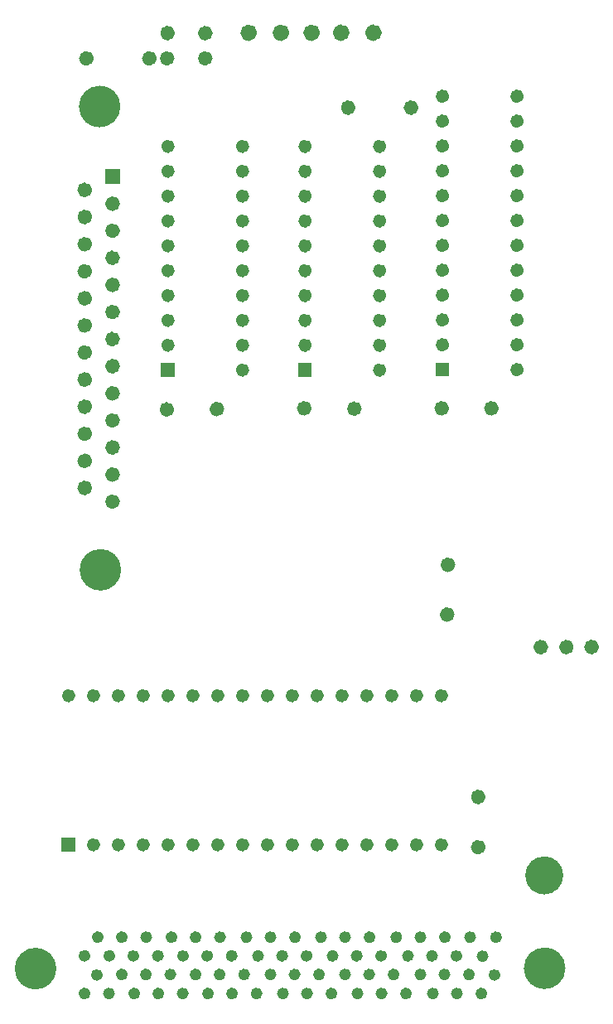
<source format=gbr>
%TF.GenerationSoftware,KiCad,Pcbnew,(6.0.2)*%
%TF.CreationDate,2022-05-06T23:35:53-05:00*%
%TF.ProjectId,PXT6,50585436-2e6b-4696-9361-645f70636258,rev?*%
%TF.SameCoordinates,Original*%
%TF.FileFunction,Soldermask,Bot*%
%TF.FilePolarity,Negative*%
%FSLAX46Y46*%
G04 Gerber Fmt 4.6, Leading zero omitted, Abs format (unit mm)*
G04 Created by KiCad (PCBNEW (6.0.2)) date 2022-05-06 23:35:53*
%MOMM*%
%LPD*%
G01*
G04 APERTURE LIST*
%ADD10C,0.750000*%
%ADD11C,1.945000*%
%ADD12C,2.140000*%
%ADD13C,0.000000*%
%ADD14C,0.700000*%
%ADD15C,0.875000*%
%ADD16C,0.760000*%
%ADD17C,0.625000*%
G04 APERTURE END LIST*
D10*
X117635500Y-46205900D02*
G75*
G03*
X117635500Y-46205900I-375000J0D01*
G01*
D11*
X165024600Y-129708500D02*
G75*
G03*
X165024600Y-129708500I-972500J0D01*
G01*
D12*
X119759300Y-98474400D02*
G75*
G03*
X119759300Y-98474400I-1070000J0D01*
G01*
X113131500Y-139233500D02*
G75*
G03*
X113131500Y-139233500I-1070000J0D01*
G01*
X165161800Y-139193800D02*
G75*
G03*
X165161800Y-139193800I-1070000J0D01*
G01*
X119679900Y-51127200D02*
G75*
G03*
X119679900Y-51127200I-1070000J0D01*
G01*
D10*
X157680200Y-121691600D02*
G75*
G03*
X157680200Y-121691600I-375000J0D01*
G01*
X157680200Y-126811300D02*
G75*
G03*
X157680200Y-126811300I-375000J0D01*
G01*
D13*
G36*
X116134900Y-127273100D02*
G01*
X114734900Y-127273100D01*
X114734900Y-125873100D01*
X116134900Y-125873100D01*
X116134900Y-127273100D01*
G37*
D14*
X118324900Y-126573100D02*
G75*
G03*
X118324900Y-126573100I-350000J0D01*
G01*
X120864900Y-126573100D02*
G75*
G03*
X120864900Y-126573100I-350000J0D01*
G01*
X123404900Y-126573100D02*
G75*
G03*
X123404900Y-126573100I-350000J0D01*
G01*
X125944900Y-126573100D02*
G75*
G03*
X125944900Y-126573100I-350000J0D01*
G01*
X128484900Y-126573100D02*
G75*
G03*
X128484900Y-126573100I-350000J0D01*
G01*
X131024900Y-126573100D02*
G75*
G03*
X131024900Y-126573100I-350000J0D01*
G01*
X133564900Y-126573100D02*
G75*
G03*
X133564900Y-126573100I-350000J0D01*
G01*
X136104900Y-126573100D02*
G75*
G03*
X136104900Y-126573100I-350000J0D01*
G01*
X138644900Y-126573100D02*
G75*
G03*
X138644900Y-126573100I-350000J0D01*
G01*
X141184900Y-126573100D02*
G75*
G03*
X141184900Y-126573100I-350000J0D01*
G01*
X143724900Y-126573100D02*
G75*
G03*
X143724900Y-126573100I-350000J0D01*
G01*
X146264900Y-126573100D02*
G75*
G03*
X146264900Y-126573100I-350000J0D01*
G01*
X148804900Y-126573100D02*
G75*
G03*
X148804900Y-126573100I-350000J0D01*
G01*
X151344900Y-126573100D02*
G75*
G03*
X151344900Y-126573100I-350000J0D01*
G01*
X153884900Y-126573100D02*
G75*
G03*
X153884900Y-126573100I-350000J0D01*
G01*
X153884900Y-111333100D02*
G75*
G03*
X153884900Y-111333100I-350000J0D01*
G01*
X151344900Y-111333100D02*
G75*
G03*
X151344900Y-111333100I-350000J0D01*
G01*
X148804900Y-111333100D02*
G75*
G03*
X148804900Y-111333100I-350000J0D01*
G01*
X146264900Y-111333100D02*
G75*
G03*
X146264900Y-111333100I-350000J0D01*
G01*
X143724900Y-111333100D02*
G75*
G03*
X143724900Y-111333100I-350000J0D01*
G01*
X141184900Y-111333100D02*
G75*
G03*
X141184900Y-111333100I-350000J0D01*
G01*
X138644900Y-111333100D02*
G75*
G03*
X138644900Y-111333100I-350000J0D01*
G01*
X136104900Y-111333100D02*
G75*
G03*
X136104900Y-111333100I-350000J0D01*
G01*
X133564900Y-111333100D02*
G75*
G03*
X133564900Y-111333100I-350000J0D01*
G01*
X131024900Y-111333100D02*
G75*
G03*
X131024900Y-111333100I-350000J0D01*
G01*
X128484900Y-111333100D02*
G75*
G03*
X128484900Y-111333100I-350000J0D01*
G01*
X125944900Y-111333100D02*
G75*
G03*
X125944900Y-111333100I-350000J0D01*
G01*
X123404900Y-111333100D02*
G75*
G03*
X123404900Y-111333100I-350000J0D01*
G01*
X120864900Y-111333100D02*
G75*
G03*
X120864900Y-111333100I-350000J0D01*
G01*
X118324900Y-111333100D02*
G75*
G03*
X118324900Y-111333100I-350000J0D01*
G01*
X115784900Y-111333100D02*
G75*
G03*
X115784900Y-111333100I-350000J0D01*
G01*
D10*
X166689300Y-106372200D02*
G75*
G03*
X166689300Y-106372200I-375000J0D01*
G01*
X164069900Y-106372200D02*
G75*
G03*
X164069900Y-106372200I-375000J0D01*
G01*
X169268900Y-106372200D02*
G75*
G03*
X169268900Y-106372200I-375000J0D01*
G01*
X154505200Y-103038500D02*
G75*
G03*
X154505200Y-103038500I-375000J0D01*
G01*
X154584600Y-97958500D02*
G75*
G03*
X154584600Y-97958500I-375000J0D01*
G01*
X159029600Y-81964400D02*
G75*
G03*
X159029600Y-81964400I-375000J0D01*
G01*
X153949600Y-81964400D02*
G75*
G03*
X153949600Y-81964400I-375000J0D01*
G01*
X145019900Y-82004100D02*
G75*
G03*
X145019900Y-82004100I-375000J0D01*
G01*
X139900200Y-81964400D02*
G75*
G03*
X139900200Y-81964400I-375000J0D01*
G01*
X130970500Y-82043800D02*
G75*
G03*
X130970500Y-82043800I-375000J0D01*
G01*
X125850800Y-82083500D02*
G75*
G03*
X125850800Y-82083500I-375000J0D01*
G01*
X124064900Y-46205900D02*
G75*
G03*
X124064900Y-46205900I-375000J0D01*
G01*
X125890500Y-46205900D02*
G75*
G03*
X125890500Y-46205900I-375000J0D01*
G01*
X129779900Y-46205900D02*
G75*
G03*
X129779900Y-46205900I-375000J0D01*
G01*
X129779900Y-43626300D02*
G75*
G03*
X129779900Y-43626300I-375000J0D01*
G01*
X125930200Y-43626300D02*
G75*
G03*
X125930200Y-43626300I-375000J0D01*
G01*
D15*
X140716800Y-43586600D02*
G75*
G03*
X140716800Y-43586600I-437500J0D01*
G01*
X143733000Y-43586600D02*
G75*
G03*
X143733000Y-43586600I-437500J0D01*
G01*
X137581400Y-43586600D02*
G75*
G03*
X137581400Y-43586600I-437500J0D01*
G01*
X134287400Y-43586600D02*
G75*
G03*
X134287400Y-43586600I-437500J0D01*
G01*
X134287400Y-43586600D02*
G75*
G03*
X134287400Y-43586600I-437500J0D01*
G01*
X147027100Y-43586600D02*
G75*
G03*
X147027100Y-43586600I-437500J0D01*
G01*
D10*
X144384900Y-51246300D02*
G75*
G03*
X144384900Y-51246300I-375000J0D01*
G01*
X150814300Y-51246300D02*
G75*
G03*
X150814300Y-51246300I-375000J0D01*
G01*
D13*
G36*
X154351200Y-78718700D02*
G01*
X152951200Y-78718700D01*
X152951200Y-77318700D01*
X154351200Y-77318700D01*
X154351200Y-78718700D01*
G37*
D14*
X154001200Y-75478700D02*
G75*
G03*
X154001200Y-75478700I-350000J0D01*
G01*
X154001200Y-72938700D02*
G75*
G03*
X154001200Y-72938700I-350000J0D01*
G01*
X154001200Y-70398700D02*
G75*
G03*
X154001200Y-70398700I-350000J0D01*
G01*
X154001200Y-67858700D02*
G75*
G03*
X154001200Y-67858700I-350000J0D01*
G01*
X154001200Y-65318700D02*
G75*
G03*
X154001200Y-65318700I-350000J0D01*
G01*
X154001200Y-62778700D02*
G75*
G03*
X154001200Y-62778700I-350000J0D01*
G01*
X154001200Y-60238700D02*
G75*
G03*
X154001200Y-60238700I-350000J0D01*
G01*
X154001200Y-57698700D02*
G75*
G03*
X154001200Y-57698700I-350000J0D01*
G01*
X154001200Y-55158700D02*
G75*
G03*
X154001200Y-55158700I-350000J0D01*
G01*
X154001200Y-52618700D02*
G75*
G03*
X154001200Y-52618700I-350000J0D01*
G01*
X154001200Y-50078700D02*
G75*
G03*
X154001200Y-50078700I-350000J0D01*
G01*
X161621200Y-50078700D02*
G75*
G03*
X161621200Y-50078700I-350000J0D01*
G01*
X161621200Y-52618700D02*
G75*
G03*
X161621200Y-52618700I-350000J0D01*
G01*
X161621200Y-55158700D02*
G75*
G03*
X161621200Y-55158700I-350000J0D01*
G01*
X161621200Y-57698700D02*
G75*
G03*
X161621200Y-57698700I-350000J0D01*
G01*
X161621200Y-60238700D02*
G75*
G03*
X161621200Y-60238700I-350000J0D01*
G01*
X161621200Y-62778700D02*
G75*
G03*
X161621200Y-62778700I-350000J0D01*
G01*
X161621200Y-65318700D02*
G75*
G03*
X161621200Y-65318700I-350000J0D01*
G01*
X161621200Y-67858700D02*
G75*
G03*
X161621200Y-67858700I-350000J0D01*
G01*
X161621200Y-70398700D02*
G75*
G03*
X161621200Y-70398700I-350000J0D01*
G01*
X161621200Y-72938700D02*
G75*
G03*
X161621200Y-72938700I-350000J0D01*
G01*
X161621200Y-75478700D02*
G75*
G03*
X161621200Y-75478700I-350000J0D01*
G01*
X161621200Y-78018700D02*
G75*
G03*
X161621200Y-78018700I-350000J0D01*
G01*
D13*
G36*
X140301800Y-78758500D02*
G01*
X138901800Y-78758500D01*
X138901800Y-77358500D01*
X140301800Y-77358500D01*
X140301800Y-78758500D01*
G37*
D14*
X139951800Y-75518500D02*
G75*
G03*
X139951800Y-75518500I-350000J0D01*
G01*
X139951800Y-72978500D02*
G75*
G03*
X139951800Y-72978500I-350000J0D01*
G01*
X139951800Y-70438500D02*
G75*
G03*
X139951800Y-70438500I-350000J0D01*
G01*
X139951800Y-67898500D02*
G75*
G03*
X139951800Y-67898500I-350000J0D01*
G01*
X139951800Y-65358500D02*
G75*
G03*
X139951800Y-65358500I-350000J0D01*
G01*
X139951800Y-62818500D02*
G75*
G03*
X139951800Y-62818500I-350000J0D01*
G01*
X139951800Y-60278500D02*
G75*
G03*
X139951800Y-60278500I-350000J0D01*
G01*
X139951800Y-57738500D02*
G75*
G03*
X139951800Y-57738500I-350000J0D01*
G01*
X139951800Y-55198500D02*
G75*
G03*
X139951800Y-55198500I-350000J0D01*
G01*
X147571800Y-55198500D02*
G75*
G03*
X147571800Y-55198500I-350000J0D01*
G01*
X147571800Y-57738500D02*
G75*
G03*
X147571800Y-57738500I-350000J0D01*
G01*
X147571800Y-60278500D02*
G75*
G03*
X147571800Y-60278500I-350000J0D01*
G01*
X147571800Y-62818500D02*
G75*
G03*
X147571800Y-62818500I-350000J0D01*
G01*
X147571800Y-65358500D02*
G75*
G03*
X147571800Y-65358500I-350000J0D01*
G01*
X147571800Y-67898500D02*
G75*
G03*
X147571800Y-67898500I-350000J0D01*
G01*
X147571800Y-70438500D02*
G75*
G03*
X147571800Y-70438500I-350000J0D01*
G01*
X147571800Y-72978500D02*
G75*
G03*
X147571800Y-72978500I-350000J0D01*
G01*
X147571800Y-75518500D02*
G75*
G03*
X147571800Y-75518500I-350000J0D01*
G01*
X147571800Y-78058500D02*
G75*
G03*
X147571800Y-78058500I-350000J0D01*
G01*
D13*
G36*
X126292100Y-78758500D02*
G01*
X124892100Y-78758500D01*
X124892100Y-77358500D01*
X126292100Y-77358500D01*
X126292100Y-78758500D01*
G37*
D14*
X125942100Y-75518500D02*
G75*
G03*
X125942100Y-75518500I-350000J0D01*
G01*
X125942100Y-72978500D02*
G75*
G03*
X125942100Y-72978500I-350000J0D01*
G01*
X125942100Y-70438500D02*
G75*
G03*
X125942100Y-70438500I-350000J0D01*
G01*
X125942100Y-67898500D02*
G75*
G03*
X125942100Y-67898500I-350000J0D01*
G01*
X125942100Y-65358500D02*
G75*
G03*
X125942100Y-65358500I-350000J0D01*
G01*
X125942100Y-62818500D02*
G75*
G03*
X125942100Y-62818500I-350000J0D01*
G01*
X125942100Y-60278500D02*
G75*
G03*
X125942100Y-60278500I-350000J0D01*
G01*
X125942100Y-57738500D02*
G75*
G03*
X125942100Y-57738500I-350000J0D01*
G01*
X125942100Y-55198500D02*
G75*
G03*
X125942100Y-55198500I-350000J0D01*
G01*
X133562100Y-55198500D02*
G75*
G03*
X133562100Y-55198500I-350000J0D01*
G01*
X133562100Y-57738500D02*
G75*
G03*
X133562100Y-57738500I-350000J0D01*
G01*
X133562100Y-60278500D02*
G75*
G03*
X133562100Y-60278500I-350000J0D01*
G01*
X133562100Y-62818500D02*
G75*
G03*
X133562100Y-62818500I-350000J0D01*
G01*
X133562100Y-65358500D02*
G75*
G03*
X133562100Y-65358500I-350000J0D01*
G01*
X133562100Y-67898500D02*
G75*
G03*
X133562100Y-67898500I-350000J0D01*
G01*
X133562100Y-70438500D02*
G75*
G03*
X133562100Y-70438500I-350000J0D01*
G01*
X133562100Y-72978500D02*
G75*
G03*
X133562100Y-72978500I-350000J0D01*
G01*
X133562100Y-75518500D02*
G75*
G03*
X133562100Y-75518500I-350000J0D01*
G01*
X133562100Y-78058500D02*
G75*
G03*
X133562100Y-78058500I-350000J0D01*
G01*
D13*
G36*
X120691400Y-59041300D02*
G01*
X119171400Y-59041300D01*
X119171400Y-57521300D01*
X120691400Y-57521300D01*
X120691400Y-59041300D01*
G37*
D16*
X120311400Y-61051300D02*
G75*
G03*
X120311400Y-61051300I-380000J0D01*
G01*
X120311400Y-63821300D02*
G75*
G03*
X120311400Y-63821300I-380000J0D01*
G01*
X120311400Y-66591300D02*
G75*
G03*
X120311400Y-66591300I-380000J0D01*
G01*
X120311400Y-69351300D02*
G75*
G03*
X120311400Y-69351300I-380000J0D01*
G01*
X120311400Y-72121300D02*
G75*
G03*
X120311400Y-72121300I-380000J0D01*
G01*
X120311400Y-74891300D02*
G75*
G03*
X120311400Y-74891300I-380000J0D01*
G01*
X120311400Y-77661300D02*
G75*
G03*
X120311400Y-77661300I-380000J0D01*
G01*
X120311400Y-80431300D02*
G75*
G03*
X120311400Y-80431300I-380000J0D01*
G01*
X120311400Y-83201300D02*
G75*
G03*
X120311400Y-83201300I-380000J0D01*
G01*
X120311400Y-85971300D02*
G75*
G03*
X120311400Y-85971300I-380000J0D01*
G01*
X120311400Y-88731300D02*
G75*
G03*
X120311400Y-88731300I-380000J0D01*
G01*
X120311400Y-91501300D02*
G75*
G03*
X120311400Y-91501300I-380000J0D01*
G01*
X117471400Y-59651300D02*
G75*
G03*
X117471400Y-59651300I-380000J0D01*
G01*
X117471400Y-62421300D02*
G75*
G03*
X117471400Y-62421300I-380000J0D01*
G01*
X117471400Y-65191300D02*
G75*
G03*
X117471400Y-65191300I-380000J0D01*
G01*
X117471400Y-67961300D02*
G75*
G03*
X117471400Y-67961300I-380000J0D01*
G01*
X117471400Y-70731300D02*
G75*
G03*
X117471400Y-70731300I-380000J0D01*
G01*
X117471400Y-73491300D02*
G75*
G03*
X117471400Y-73491300I-380000J0D01*
G01*
X117471400Y-76261300D02*
G75*
G03*
X117471400Y-76261300I-380000J0D01*
G01*
X117471400Y-79031300D02*
G75*
G03*
X117471400Y-79031300I-380000J0D01*
G01*
X117471400Y-81801300D02*
G75*
G03*
X117471400Y-81801300I-380000J0D01*
G01*
X117471400Y-84571300D02*
G75*
G03*
X117471400Y-84571300I-380000J0D01*
G01*
X117471400Y-87341300D02*
G75*
G03*
X117471400Y-87341300I-380000J0D01*
G01*
X117471400Y-90111300D02*
G75*
G03*
X117471400Y-90111300I-380000J0D01*
G01*
D17*
X117374600Y-141773500D02*
G75*
G03*
X117374600Y-141773500I-312500J0D01*
G01*
X117374600Y-137923800D02*
G75*
G03*
X117374600Y-137923800I-312500J0D01*
G01*
X118644600Y-139868500D02*
G75*
G03*
X118644600Y-139868500I-312500J0D01*
G01*
X119874900Y-141773500D02*
G75*
G03*
X119874900Y-141773500I-312500J0D01*
G01*
X118724000Y-136018800D02*
G75*
G03*
X118724000Y-136018800I-312500J0D01*
G01*
X119914600Y-137923800D02*
G75*
G03*
X119914600Y-137923800I-312500J0D01*
G01*
X121184600Y-139828800D02*
G75*
G03*
X121184600Y-139828800I-312500J0D01*
G01*
X122454600Y-141773500D02*
G75*
G03*
X122454600Y-141773500I-312500J0D01*
G01*
X121184600Y-136018800D02*
G75*
G03*
X121184600Y-136018800I-312500J0D01*
G01*
X122375200Y-137923800D02*
G75*
G03*
X122375200Y-137923800I-312500J0D01*
G01*
X123645200Y-139828800D02*
G75*
G03*
X123645200Y-139828800I-312500J0D01*
G01*
X124915200Y-141773500D02*
G75*
G03*
X124915200Y-141773500I-312500J0D01*
G01*
X123684900Y-136018800D02*
G75*
G03*
X123684900Y-136018800I-312500J0D01*
G01*
X124875500Y-137923800D02*
G75*
G03*
X124875500Y-137923800I-312500J0D01*
G01*
X126145500Y-139828800D02*
G75*
G03*
X126145500Y-139828800I-312500J0D01*
G01*
X127415500Y-141773500D02*
G75*
G03*
X127415500Y-141773500I-312500J0D01*
G01*
X126264600Y-136018800D02*
G75*
G03*
X126264600Y-136018800I-312500J0D01*
G01*
X127455200Y-137923800D02*
G75*
G03*
X127455200Y-137923800I-312500J0D01*
G01*
X128725200Y-139828800D02*
G75*
G03*
X128725200Y-139828800I-312500J0D01*
G01*
X129995200Y-141773500D02*
G75*
G03*
X129995200Y-141773500I-312500J0D01*
G01*
X128725200Y-136018800D02*
G75*
G03*
X128725200Y-136018800I-312500J0D01*
G01*
X129915800Y-137923800D02*
G75*
G03*
X129915800Y-137923800I-312500J0D01*
G01*
X131185800Y-139828800D02*
G75*
G03*
X131185800Y-139828800I-312500J0D01*
G01*
X132455800Y-141773500D02*
G75*
G03*
X132455800Y-141773500I-312500J0D01*
G01*
X131225500Y-136018800D02*
G75*
G03*
X131225500Y-136018800I-312500J0D01*
G01*
X132416100Y-137923800D02*
G75*
G03*
X132416100Y-137923800I-312500J0D01*
G01*
X133686100Y-139828800D02*
G75*
G03*
X133686100Y-139828800I-312500J0D01*
G01*
X134956100Y-141773500D02*
G75*
G03*
X134956100Y-141773500I-312500J0D01*
G01*
X133924300Y-136018800D02*
G75*
G03*
X133924300Y-136018800I-312500J0D01*
G01*
X135114900Y-137923800D02*
G75*
G03*
X135114900Y-137923800I-312500J0D01*
G01*
X136384900Y-139828800D02*
G75*
G03*
X136384900Y-139828800I-312500J0D01*
G01*
X137654900Y-141773500D02*
G75*
G03*
X137654900Y-141773500I-312500J0D01*
G01*
X136384900Y-136018800D02*
G75*
G03*
X136384900Y-136018800I-312500J0D01*
G01*
X137575500Y-137923800D02*
G75*
G03*
X137575500Y-137923800I-312500J0D01*
G01*
X138845500Y-139828800D02*
G75*
G03*
X138845500Y-139828800I-312500J0D01*
G01*
X140115500Y-141773500D02*
G75*
G03*
X140115500Y-141773500I-312500J0D01*
G01*
X138885200Y-136018800D02*
G75*
G03*
X138885200Y-136018800I-312500J0D01*
G01*
X140075800Y-137923800D02*
G75*
G03*
X140075800Y-137923800I-312500J0D01*
G01*
X141345800Y-139828800D02*
G75*
G03*
X141345800Y-139828800I-312500J0D01*
G01*
X142615800Y-141773500D02*
G75*
G03*
X142615800Y-141773500I-312500J0D01*
G01*
X141544300Y-136018800D02*
G75*
G03*
X141544300Y-136018800I-312500J0D01*
G01*
X142734900Y-137923800D02*
G75*
G03*
X142734900Y-137923800I-312500J0D01*
G01*
X144004900Y-139828800D02*
G75*
G03*
X144004900Y-139828800I-312500J0D01*
G01*
X145274900Y-141773500D02*
G75*
G03*
X145274900Y-141773500I-312500J0D01*
G01*
X144004900Y-136018800D02*
G75*
G03*
X144004900Y-136018800I-312500J0D01*
G01*
X145195500Y-137923800D02*
G75*
G03*
X145195500Y-137923800I-312500J0D01*
G01*
X146465500Y-139828800D02*
G75*
G03*
X146465500Y-139828800I-312500J0D01*
G01*
X147735500Y-141773500D02*
G75*
G03*
X147735500Y-141773500I-312500J0D01*
G01*
X146505200Y-136018800D02*
G75*
G03*
X146505200Y-136018800I-312500J0D01*
G01*
X147695800Y-137923800D02*
G75*
G03*
X147695800Y-137923800I-312500J0D01*
G01*
X148965800Y-139828800D02*
G75*
G03*
X148965800Y-139828800I-312500J0D01*
G01*
X150235800Y-141773500D02*
G75*
G03*
X150235800Y-141773500I-312500J0D01*
G01*
X149243600Y-136018800D02*
G75*
G03*
X149243600Y-136018800I-312500J0D01*
G01*
X150434300Y-137923800D02*
G75*
G03*
X150434300Y-137923800I-312500J0D01*
G01*
X151704300Y-139828800D02*
G75*
G03*
X151704300Y-139828800I-312500J0D01*
G01*
X152974300Y-141773500D02*
G75*
G03*
X152974300Y-141773500I-312500J0D01*
G01*
X151704300Y-136018800D02*
G75*
G03*
X151704300Y-136018800I-312500J0D01*
G01*
X152894900Y-137923800D02*
G75*
G03*
X152894900Y-137923800I-312500J0D01*
G01*
X154164900Y-139828800D02*
G75*
G03*
X154164900Y-139828800I-312500J0D01*
G01*
X155434900Y-141773500D02*
G75*
G03*
X155434900Y-141773500I-312500J0D01*
G01*
X154204600Y-136018800D02*
G75*
G03*
X154204600Y-136018800I-312500J0D01*
G01*
X155395200Y-137923800D02*
G75*
G03*
X155395200Y-137923800I-312500J0D01*
G01*
X156665200Y-139828800D02*
G75*
G03*
X156665200Y-139828800I-312500J0D01*
G01*
X157935200Y-141773500D02*
G75*
G03*
X157935200Y-141773500I-312500J0D01*
G01*
X156784300Y-136018800D02*
G75*
G03*
X156784300Y-136018800I-312500J0D01*
G01*
X158054300Y-137963500D02*
G75*
G03*
X158054300Y-137963500I-312500J0D01*
G01*
X159284600Y-139868500D02*
G75*
G03*
X159284600Y-139868500I-312500J0D01*
G01*
X159443300Y-136018800D02*
G75*
G03*
X159443300Y-136018800I-312500J0D01*
G01*
M02*

</source>
